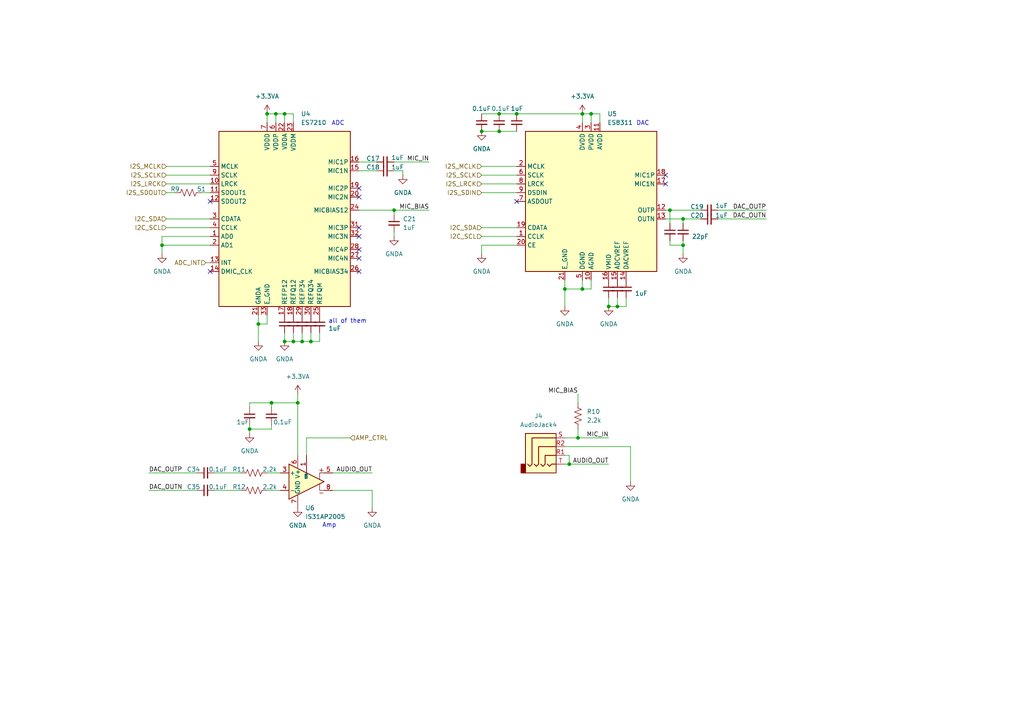
<source format=kicad_sch>
(kicad_sch (version 20231120) (generator "eeschema") (generator_version "8.0")
  (paper "A4")
  (title_block (title "Live Caption Badge - Audio Subsystem") (date "2024-10-29"))
  (lib_symbols
    (symbol "Connector_Audio:AudioJack4"
      (property "Reference" "J" (at 0 8.89 0))
      (property "Value" "AudioJack4" (at 0 6.35 0))
      (symbol "AudioJack4_0_1"
        (rectangle (start -6.35 -5.08) (end -7.62 -7.62) (stroke (width 0.254)) (fill (type outline)))
        (polyline (pts (xy 0 -5.08) (xy 0.635 -5.715) (xy 1.27 -5.08) (xy 2.54 -5.08)) (stroke (width 0.254)))
        (polyline (pts (xy -5.715 -5.08) (xy -5.08 -5.715) (xy -4.445 -5.08) (xy -4.445 2.54) (xy 2.54 2.54)) (stroke (width 0.254)))
        (polyline (pts (xy -1.905 -5.08) (xy -1.27 -5.715) (xy -0.635 -5.08) (xy -0.635 -2.54) (xy 2.54 -2.54)) (stroke (width 0.254)))
        (polyline (pts (xy 2.54 0) (xy -2.54 0) (xy -2.54 -5.08) (xy -3.175 -5.715) (xy -3.81 -5.08)) (stroke (width 0.254)))
        (rectangle (start 2.54 3.81) (end -6.35 -7.62) (stroke (width 0.254)) (fill (type background)))
      )
      (symbol "AudioJack4_1_1"
        (pin passive line (at 5.08 -2.54 180) (length 2.54) (name "~") (number "R1"))
        (pin passive line (at 5.08 0 180) (length 2.54) (name "~") (number "R2"))
        (pin passive line (at 5.08 2.54 180) (length 2.54) (name "~") (number "S"))
        (pin passive line (at 5.08 -5.08 180) (length 2.54) (name "~") (number "T"))
      )
    )
    (symbol "Device:C_Small" (pin_numbers hide) (pin_names (offset 0.254) hide)
      (property "Reference" "C" (at 0.254 1.778 0))
      (property "Value" "C_Small" (at 0.254 -2.032 0))
      (symbol "C_Small_0_1"
        (polyline (pts (xy -1.524 -0.508) (xy 1.524 -0.508)) (stroke (width 0.3302)))
        (polyline (pts (xy -1.524 0.508) (xy 1.524 0.508)) (stroke (width 0.3048)))
      )
      (symbol "C_Small_1_1"
        (pin passive line (at 0 2.54 270) (length 2.032) (name "~") (number "1"))
        (pin passive line (at 0 -2.54 90) (length 2.032) (name "~") (number "2"))
      )
    )
    (symbol "Device:R_US" (pin_numbers hide) (pin_names (offset 0))
      (property "Reference" "R" (at 2.54 0 90))
      (property "Value" "R_US" (at -2.54 0 90))
      (symbol "R_US_0_1"
        (polyline (pts (xy 0 -2.286) (xy 0 -2.54)))
        (polyline (pts (xy 0 2.286) (xy 0 2.54)))
        (polyline (pts (xy 0 -0.762) (xy 1.016 -1.143) (xy 0 -1.524) (xy -1.016 -1.905) (xy 0 -2.286)))
        (polyline (pts (xy 0 0.762) (xy 1.016 0.381) (xy 0 0) (xy -1.016 -0.381) (xy 0 -0.762)))
        (polyline (pts (xy 0 2.286) (xy 1.016 1.905) (xy 0 1.524) (xy -1.016 1.143) (xy 0 0.762)))
      )
      (symbol "R_US_1_1"
        (pin passive line (at 0 3.81 270) (length 1.27) (name "~") (number "1"))
        (pin passive line (at 0 -3.81 90) (length 1.27) (name "~") (number "2"))
      )
    )
    (symbol "live-caption-badge:ES7210"
      (property "Reference" "U" (at -13.716 27.686 0))
      (property "Value" "ES7210" (at 0 5.08 0))
      (symbol "ES7210_0_1"
        (rectangle (start -19.05 25.4) (end 19.05 -25.4) (stroke (width 0.254)) (fill (type background)))
      )
      (symbol "ES7210_1_1"
        (pin input line (at -21.59 -5.08 0) (length 2.54) (name "AD0") (number "1"))
        (pin input line (at -21.59 10.16 0) (length 2.54) (name "LRCK") (number "10"))
        (pin output line (at -21.59 7.62 0) (length 2.54) (name "SDOUT1") (number "11"))
        (pin output line (at -21.59 5.08 0) (length 2.54) (name "SDOUT2") (number "12"))
        (pin output line (at -21.59 -12.7 0) (length 2.54) (name "INT") (number "13"))
        (pin output line (at -21.59 -15.24 0) (length 2.54) (name "DMIC_CLK") (number "14"))
        (pin input line (at 21.59 13.97 180) (length 2.54) (name "MIC1N") (number "15"))
        (pin input line (at 21.59 16.51 180) (length 2.54) (name "MIC1P") (number "16"))
        (pin power_in line (at 0 -27.94 90) (length 2.54) (name "REFP12") (number "17"))
        (pin power_in line (at 2.54 -27.94 90) (length 2.54) (name "REFQ12") (number "18"))
        (pin input line (at 21.59 8.89 180) (length 2.54) (name "MIC2P") (number "19"))
        (pin input line (at -21.59 -7.62 0) (length 2.54) (name "AD1") (number "2"))
        (pin input line (at 21.59 6.35 180) (length 2.54) (name "MIC2N") (number "20"))
        (pin power_in line (at -7.62 -27.94 90) (length 2.54) (name "GNDA") (number "21"))
        (pin power_in line (at 0 27.94 270) (length 2.54) (name "VDDA") (number "22"))
        (pin power_in line (at 2.54 27.94 270) (length 2.54) (name "VDDM") (number "23"))
        (pin power_in line (at 21.59 2.54 180) (length 2.54) (name "MICBIAS12") (number "24"))
        (pin power_in line (at 10.16 -27.94 90) (length 2.54) (name "REFQM") (number "25"))
        (pin power_in line (at 21.59 -15.24 180) (length 2.54) (name "MICBIAS34") (number "26"))
        (pin input line (at 21.59 -11.43 180) (length 2.54) (name "MIC4N") (number "27"))
        (pin input line (at 21.59 -8.89 180) (length 2.54) (name "MIC4P") (number "28"))
        (pin power_in line (at 5.08 -27.94 90) (length 2.54) (name "REFP34") (number "29"))
        (pin bidirectional line (at -21.59 0 0) (length 2.54) (name "CDATA") (number "3"))
        (pin power_in line (at 7.62 -27.94 90) (length 2.54) (name "REFQ34") (number "30"))
        (pin input line (at 21.59 -2.54 180) (length 2.54) (name "MIC3P") (number "31"))
        (pin input line (at 21.59 -5.08 180) (length 2.54) (name "MIC3N") (number "32"))
        (pin power_in line (at -5.08 -27.94 90) (length 2.54) (name "E_GND") (number "33"))
        (pin input line (at -21.59 -2.54 0) (length 2.54) (name "CCLK") (number "4"))
        (pin input line (at -21.59 15.24 0) (length 2.54) (name "MCLK") (number "5"))
        (pin power_in line (at -2.54 27.94 270) (length 2.54) (name "VDDP") (number "6"))
        (pin power_in line (at -5.08 27.94 270) (length 2.54) (name "VDDD") (number "7"))
        (pin input line (at -21.59 12.7 0) (length 2.54) (name "SCLK") (number "9"))
      )
    )
    (symbol "live-caption-badge:ES8311"
      (property "Reference" "U5" (at 4.7341 25.4 0))
      (property "Value" "ES8311" (at 4.7341 22.86 0))
      (symbol "ES8311_0_1"
        (rectangle (start -19.05 20.32) (end 19.05 -20.32) (stroke (width 0.254)) (fill (type background)))
      )
      (symbol "ES8311_1_1"
        (pin input line (at -21.59 -10.16 0) (length 2.54) (name "CCLK") (number "1"))
        (pin power_in line (at 0 -22.86 90) (length 2.54) (name "AGND") (number "10"))
        (pin power_in line (at 2.54 22.86 270) (length 2.54) (name "AVDD") (number "11"))
        (pin output line (at 21.59 -2.54 180) (length 2.54) (name "OUTP") (number "12"))
        (pin output line (at 21.59 -5.08 180) (length 2.54) (name "OUTN") (number "13"))
        (pin power_in line (at 10.16 -22.86 90) (length 2.54) (name "DACVREF") (number "14"))
        (pin power_in line (at 7.62 -22.86 90) (length 2.54) (name "ADCVREF") (number "15"))
        (pin power_in line (at 5.08 -22.86 90) (length 2.54) (name "VMID") (number "16"))
        (pin input line (at 21.59 5.08 180) (length 2.54) (name "MIC1N") (number "17"))
        (pin input line (at 21.59 7.62 180) (length 2.54) (name "MIC1P") (number "18"))
        (pin bidirectional line (at -21.59 -7.62 0) (length 2.54) (name "CDATA") (number "19"))
        (pin input line (at -21.59 10.16 0) (length 2.54) (name "MCLK") (number "2"))
        (pin input line (at -21.59 -12.7 0) (length 2.54) (name "CE") (number "20"))
        (pin power_in line (at -7.62 -22.86 90) (length 2.54) (name "E_GND") (number "21"))
        (pin power_in line (at 0 22.86 270) (length 2.54) (name "PVDD") (number "3"))
        (pin power_in line (at -2.54 22.86 270) (length 2.54) (name "DVDD") (number "4"))
        (pin power_in line (at -2.54 -22.86 90) (length 2.54) (name "DGND") (number "5"))
        (pin input line (at -21.59 7.62 0) (length 2.54) (name "SCLK") (number "6"))
        (pin output line (at -21.59 0 0) (length 2.54) (name "ASDOUT") (number "7"))
        (pin input line (at -21.59 5.08 0) (length 2.54) (name "LRCK") (number "8"))
        (pin input line (at -21.59 2.54 0) (length 2.54) (name "DSDIN") (number "9"))
      )
    )
    (symbol "live-caption-badge:IS31AP2005" (pin_names (offset 0.127))
      (property "Reference" "U6" (at 15.24 8.8586 0))
      (property "Value" "IS31AP2005" (at 15.24 6.3186 0))
      (symbol "IS31AP2005_0_1"
        (polyline (pts (xy 3.81 -3.302) (xy 4.826 -3.302)))
        (polyline (pts (xy 3.81 3.302) (xy 4.826 3.302)))
        (polyline (pts (xy 4.318 2.794) (xy 4.318 3.81)))
      )
      (symbol "IS31AP2005_1_1"
        (polyline (pts (xy 3.81 -0.635) (xy 3.81 -2.54) (xy 5.08 -2.54)))
        (polyline (pts (xy 5.08 2.54) (xy 3.81 2.54) (xy 3.81 0.635)))
        (polyline (pts (xy -5.08 5.08) (xy 5.08 0) (xy -5.08 -5.08) (xy -5.08 5.08)) (stroke (width 0.254)) (fill (type background)))
        (pin input line (at 0 7.62 270) (length 5.08) (name "~{SDB}") (number "1"))
        (pin passive line (at 0 -7.62 90) (length 5.08) hide (name "NC") (number "2"))
        (pin input line (at -7.62 2.54 0) (length 2.54) (name "+") (number "3"))
        (pin input line (at -7.62 -2.54 0) (length 2.54) (name "-") (number "4"))
        (pin output line (at 7.62 2.54 180) (length 2.54) (name "~") (number "5"))
        (pin power_in line (at -2.54 7.62 270) (length 3.81) (name "V+") (number "6"))
        (pin power_in line (at -2.54 -7.62 90) (length 3.81) (name "GND") (number "7"))
        (pin output line (at 7.62 -2.54 180) (length 2.54) (name "~") (number "8"))
      )
    )
    (symbol "power:+3.3VA" (power) (pin_numbers hide) (pin_names (offset 0) hide)
      (property "Value" "+3.3VA" (at 0 3.556 0))
      (symbol "+3.3VA_0_1"
        (polyline (pts (xy -0.762 1.27) (xy 0 2.54)))
        (polyline (pts (xy 0 0) (xy 0 2.54)))
        (polyline (pts (xy 0 2.54) (xy 0.762 1.27)))
      )
      (symbol "+3.3VA_1_1"
        (pin power_in line (at 0 0 90) (length 0) (name "~") (number "1"))
      )
    )
    (symbol "power:GNDA" (power) (pin_numbers hide) (pin_names (offset 0) hide)
      (property "Value" "GNDA" (at 0 -3.81 0))
      (symbol "GNDA_0_1"
        (polyline (pts (xy 0 0) (xy 0 -1.27) (xy 1.27 -1.27) (xy 0 -2.54) (xy -1.27 -1.27) (xy 0 -1.27)))
      )
      (symbol "GNDA_1_1"
        (pin power_in line (at 0 0 270) (length 0) (name "~") (number "1"))
      )
    )
  )
  (junction (at 46.99 71.12))
  (junction (at 82.55 33.02))
  (junction (at 86.36 116.84))
  (junction (at 85.09 99.06))
  (junction (at 176.53 88.9))
  (junction (at 168.91 33.02))
  (junction (at 179.07 88.9))
  (junction (at 90.17 99.06))
  (junction (at 144.78 33.02))
  (junction (at 144.78 38.1))
  (junction (at 163.83 83.82))
  (junction (at 139.7 38.1))
  (junction (at 72.39 124.46))
  (junction (at 168.91 83.82))
  (junction (at 87.63 99.06))
  (junction (at 167.64 127))
  (junction (at 80.01 33.02))
  (junction (at 171.45 33.02))
  (junction (at 198.12 71.12))
  (junction (at 165.1 134.62))
  (junction (at 114.3 60.96))
  (junction (at 194.31 60.96))
  (junction (at 198.12 63.5))
  (junction (at 78.74 116.84))
  (junction (at 74.93 93.98))
  (junction (at 82.55 99.06))
  (junction (at 149.86 33.02))
  (junction (at 77.47 33.02))
  (no_connect (at 60.96 58.42))
  (no_connect (at 104.14 68.58))
  (no_connect (at 60.96 78.74))
  (no_connect (at 149.86 58.42))
  (no_connect (at 104.14 74.93))
  (no_connect (at 104.14 78.74))
  (no_connect (at 104.14 57.15))
  (no_connect (at 104.14 54.61))
  (no_connect (at 193.04 50.8))
  (no_connect (at 104.14 72.39))
  (no_connect (at 193.04 53.34))
  (no_connect (at 104.14 66.04))
  (wire (pts (xy 107.95 142.24) (xy 107.95 147.32)))
  (wire (pts (xy 82.55 99.06) (xy 85.09 99.06)))
  (wire (pts (xy 139.7 68.58) (xy 149.86 68.58)))
  (wire (pts (xy 163.83 83.82) (xy 163.83 88.9)))
  (wire (pts (xy 86.36 116.84) (xy 86.36 114.3)))
  (wire (pts (xy 139.7 38.1) (xy 144.78 38.1)))
  (wire (pts (xy 163.83 81.28) (xy 163.83 83.82)))
  (wire (pts (xy 48.26 55.88) (xy 50.8 55.88)))
  (wire (pts (xy 43.18 142.24) (xy 57.15 142.24)))
  (wire (pts (xy 62.23 142.24) (xy 69.85 142.24)))
  (wire (pts (xy 149.86 33.02) (xy 168.91 33.02)))
  (wire (pts (xy 163.83 134.62) (xy 165.1 134.62)))
  (wire (pts (xy 48.26 48.26) (xy 60.96 48.26)))
  (wire (pts (xy 90.17 96.52) (xy 90.17 99.06)))
  (wire (pts (xy 171.45 83.82) (xy 168.91 83.82)))
  (wire (pts (xy 163.83 132.08) (xy 165.1 132.08)))
  (wire (pts (xy 163.83 127) (xy 167.64 127)))
  (wire (pts (xy 171.45 81.28) (xy 171.45 83.82)))
  (wire (pts (xy 144.78 33.02) (xy 149.86 33.02)))
  (wire (pts (xy 182.88 129.54) (xy 182.88 139.7)))
  (wire (pts (xy 139.7 53.34) (xy 149.86 53.34)))
  (wire (pts (xy 85.09 99.06) (xy 87.63 99.06)))
  (wire (pts (xy 165.1 132.08) (xy 165.1 134.62)))
  (wire (pts (xy 194.31 60.96) (xy 203.2 60.96)))
  (wire (pts (xy 48.26 63.5) (xy 60.96 63.5)))
  (wire (pts (xy 72.39 125.73) (xy 72.39 124.46)))
  (wire (pts (xy 167.64 127) (xy 176.53 127)))
  (wire (pts (xy 78.74 124.46) (xy 78.74 123.19)))
  (wire (pts (xy 114.3 60.96) (xy 114.3 62.23)))
  (wire (pts (xy 96.52 142.24) (xy 107.95 142.24)))
  (wire (pts (xy 144.78 38.1) (xy 149.86 38.1)))
  (wire (pts (xy 168.91 81.28) (xy 168.91 83.82)))
  (wire (pts (xy 59.69 76.2) (xy 60.96 76.2)))
  (wire (pts (xy 77.47 91.44) (xy 77.47 93.98)))
  (wire (pts (xy 116.84 49.53) (xy 116.84 50.8)))
  (wire (pts (xy 139.7 66.04) (xy 149.86 66.04)))
  (wire (pts (xy 198.12 63.5) (xy 203.2 63.5)))
  (wire (pts (xy 171.45 33.02) (xy 171.45 35.56)))
  (wire (pts (xy 179.07 88.9) (xy 176.53 88.9)))
  (wire (pts (xy 80.01 35.56) (xy 80.01 33.02)))
  (wire (pts (xy 181.61 86.36) (xy 181.61 88.9)))
  (wire (pts (xy 48.26 66.04) (xy 60.96 66.04)))
  (wire (pts (xy 165.1 134.62) (xy 176.53 134.62)))
  (wire (pts (xy 139.7 71.12) (xy 149.86 71.12)))
  (wire (pts (xy 104.14 46.99) (xy 109.22 46.99)))
  (wire (pts (xy 77.47 137.16) (xy 81.28 137.16)))
  (wire (pts (xy 48.26 53.34) (xy 60.96 53.34)))
  (wire (pts (xy 168.91 83.82) (xy 163.83 83.82)))
  (wire (pts (xy 92.71 99.06) (xy 90.17 99.06)))
  (wire (pts (xy 58.42 55.88) (xy 60.96 55.88)))
  (wire (pts (xy 78.74 116.84) (xy 86.36 116.84)))
  (wire (pts (xy 62.23 137.16) (xy 69.85 137.16)))
  (wire (pts (xy 176.53 88.9) (xy 176.53 86.36)))
  (wire (pts (xy 72.39 124.46) (xy 78.74 124.46)))
  (wire (pts (xy 77.47 33.02) (xy 77.47 35.56)))
  (wire (pts (xy 74.93 93.98) (xy 74.93 99.06)))
  (wire (pts (xy 85.09 33.02) (xy 82.55 33.02)))
  (wire (pts (xy 92.71 96.52) (xy 92.71 99.06)))
  (wire (pts (xy 114.3 46.99) (xy 124.46 46.99)))
  (wire (pts (xy 46.99 68.58) (xy 46.99 71.12)))
  (wire (pts (xy 85.09 96.52) (xy 85.09 99.06)))
  (wire (pts (xy 43.18 137.16) (xy 57.15 137.16)))
  (wire (pts (xy 173.99 35.56) (xy 173.99 33.02)))
  (wire (pts (xy 60.96 71.12) (xy 46.99 71.12)))
  (wire (pts (xy 139.7 33.02) (xy 144.78 33.02)))
  (wire (pts (xy 114.3 67.31) (xy 114.3 68.58)))
  (wire (pts (xy 139.7 48.26) (xy 149.86 48.26)))
  (wire (pts (xy 104.14 49.53) (xy 109.22 49.53)))
  (wire (pts (xy 139.7 73.66) (xy 139.7 71.12)))
  (wire (pts (xy 168.91 33.02) (xy 168.91 35.56)))
  (wire (pts (xy 173.99 33.02) (xy 171.45 33.02)))
  (wire (pts (xy 208.28 63.5) (xy 222.25 63.5)))
  (wire (pts (xy 85.09 35.56) (xy 85.09 33.02)))
  (wire (pts (xy 77.47 142.24) (xy 81.28 142.24)))
  (wire (pts (xy 194.31 71.12) (xy 198.12 71.12)))
  (wire (pts (xy 80.01 33.02) (xy 77.47 33.02)))
  (wire (pts (xy 194.31 69.85) (xy 194.31 71.12)))
  (wire (pts (xy 82.55 35.56) (xy 82.55 33.02)))
  (wire (pts (xy 78.74 118.11) (xy 78.74 116.84)))
  (wire (pts (xy 179.07 86.36) (xy 179.07 88.9)))
  (wire (pts (xy 198.12 63.5) (xy 198.12 64.77)))
  (wire (pts (xy 88.9 127) (xy 101.6 127)))
  (wire (pts (xy 171.45 33.02) (xy 168.91 33.02)))
  (wire (pts (xy 194.31 60.96) (xy 194.31 64.77)))
  (wire (pts (xy 181.61 88.9) (xy 179.07 88.9)))
  (wire (pts (xy 163.83 129.54) (xy 182.88 129.54)))
  (wire (pts (xy 77.47 93.98) (xy 74.93 93.98)))
  (wire (pts (xy 88.9 132.08) (xy 88.9 127)))
  (wire (pts (xy 139.7 50.8) (xy 149.86 50.8)))
  (wire (pts (xy 72.39 123.19) (xy 72.39 124.46)))
  (wire (pts (xy 74.93 91.44) (xy 74.93 93.98)))
  (wire (pts (xy 96.52 137.16) (xy 107.95 137.16)))
  (wire (pts (xy 208.28 60.96) (xy 222.25 60.96)))
  (wire (pts (xy 90.17 99.06) (xy 87.63 99.06)))
  (wire (pts (xy 104.14 60.96) (xy 114.3 60.96)))
  (wire (pts (xy 114.3 49.53) (xy 116.84 49.53)))
  (wire (pts (xy 114.3 60.96) (xy 124.46 60.96)))
  (wire (pts (xy 72.39 116.84) (xy 78.74 116.84)))
  (wire (pts (xy 198.12 69.85) (xy 198.12 71.12)))
  (wire (pts (xy 167.64 114.3) (xy 167.64 116.84)))
  (wire (pts (xy 86.36 116.84) (xy 86.36 132.08)))
  (wire (pts (xy 193.04 63.5) (xy 198.12 63.5)))
  (wire (pts (xy 72.39 116.84) (xy 72.39 118.11)))
  (wire (pts (xy 82.55 33.02) (xy 80.01 33.02)))
  (wire (pts (xy 60.96 68.58) (xy 46.99 68.58)))
  (wire (pts (xy 193.04 60.96) (xy 194.31 60.96)))
  (wire (pts (xy 198.12 71.12) (xy 198.12 73.66)))
  (wire (pts (xy 167.64 124.46) (xy 167.64 127)))
  (wire (pts (xy 87.63 96.52) (xy 87.63 99.06)))
  (wire (pts (xy 139.7 55.88) (xy 149.86 55.88)))
  (wire (pts (xy 46.99 71.12) (xy 46.99 73.66)))
  (wire (pts (xy 82.55 96.52) (xy 82.55 99.06)))
  (wire (pts (xy 48.26 50.8) (xy 60.96 50.8)))
  (text "DAC" (at 186.436 35.814 0) (effects (font (size 1.27 1.27))))
  (text "all of them" (at 100.838 93.218 0) (effects (font (size 1.27 1.27))))
  (text "Amp" (at 95.504 152.4 0) (effects (font (size 1.27 1.27))))
  (text "ADC" (at 98.044 35.814 0) (effects (font (size 1.27 1.27))))
  (label "MIC_IN" (at 176.53 127 180))
  (label "AUDIO_OUT" (at 176.53 134.62 180))
  (label "MIC_BIAS" (at 124.46 60.96 180))
  (label "AUDIO_OUT" (at 107.95 137.16 180))
  (label "DAC_OUTN" (at 222.25 63.5 180))
  (label "DAC_OUTP" (at 222.25 60.96 180))
  (label "MIC_BIAS" (at 167.64 114.3 180))
  (label "MIC_IN" (at 124.46 46.99 180))
  (label "DAC_OUTN" (at 43.18 142.24 0))
  (label "DAC_OUTP" (at 43.18 137.16 0))
  (hierarchical_label "I2S_SCLK" (shape input) (at 48.26 50.8 180))
  (hierarchical_label "I2C_SDA" (shape input) (at 48.26 63.5 180))
  (hierarchical_label "I2S_MCLK" (shape input) (at 139.7 48.26 180))
  (hierarchical_label "I2C_SCL" (shape input) (at 139.7 68.58 180))
  (hierarchical_label "I2S_LRCK" (shape input) (at 139.7 53.34 180))
  (hierarchical_label "I2C_SCL" (shape input) (at 48.26 66.04 180))
  (hierarchical_label "I2S_SDOUT" (shape input) (at 48.26 55.88 180))
  (hierarchical_label "I2S_SDIN" (shape input) (at 139.7 55.88 180))
  (hierarchical_label "I2S_SCLK" (shape input) (at 139.7 50.8 180))
  (hierarchical_label "I2S_MCLK" (shape input) (at 48.26 48.26 180))
  (hierarchical_label "ADC_INT" (shape input) (at 59.69 76.2 180))
  (hierarchical_label "AMP_CTRL" (shape input) (at 101.6 127 0))
  (hierarchical_label "I2S_LRCK" (shape input) (at 48.26 53.34 180))
  (hierarchical_label "I2C_SDA" (shape input) (at 139.7 66.04 180))
  (symbol (lib_id "Device:C_Small") (at 82.55 93.98 0) (unit 1)
    (property "Reference" "C27" (effects (hide yes)))
    (property "Value" "1uF" (effects (hide yes)))
    (property "Footprint" "Capacitor_SMD:C_0603_1608Metric" (effects (hide yes)))
    (property "Description" "Unpolarized capacitor, small symbol" (effects (hide yes)))
  )
  (symbol (lib_id "Device:R_US") (at 73.66 142.24 90) (unit 1)
    (property "Reference" "R12" (at 69.342 141.224 90))
    (property "Value" "2.2k" (at 78.232 141.224 90))
    (property "Footprint" "Resistor_SMD:R_0603_1608Metric" (effects (hide yes)))
    (property "Description" "Resistor, US symbol" (effects (hide yes)))
  )
  (symbol (lib_id "Device:C_Small") (at 59.69 142.24 90) (unit 1)
    (property "Reference" "C35" (at 56.134 141.224 90))
    (property "Value" "0.1uF" (at 63.246 141.224 90))
    (property "Footprint" "Capacitor_SMD:C_0603_1608Metric" (effects (hide yes)))
    (property "Description" "Unpolarized capacitor, small symbol" (effects (hide yes)))
  )
  (symbol (lib_id "Device:C_Small") (at 181.61 83.82 0) (unit 1)
    (property "Reference" "C26" (effects (hide yes)))
    (property "Value" "1uF" (at 184.15 85.0962 0) (effects (justify left)))
    (property "Footprint" "Capacitor_SMD:C_0603_1608Metric" (effects (hide yes)))
    (property "Description" "Unpolarized capacitor, small symbol" (effects (hide yes)))
  )
  (symbol (lib_id "Device:C_Small") (at 90.17 93.98 0) (unit 1)
    (property "Reference" "C30" (effects (hide yes)))
    (property "Value" "1uF" (effects (hide yes)))
    (property "Footprint" "Capacitor_SMD:C_0603_1608Metric" (effects (hide yes)))
    (property "Description" "Unpolarized capacitor, small symbol" (effects (hide yes)))
  )
  (symbol (lib_id "Device:C_Small") (at 149.86 35.56 0) (unit 1)
    (property "Reference" "C16" (effects (hide yes)))
    (property "Value" "1uF" (at 148.082 31.496 0) (effects (justify left)))
    (property "Footprint" "Capacitor_SMD:C_0603_1608Metric" (effects (hide yes)))
    (property "Description" "Unpolarized capacitor, small symbol" (effects (hide yes)))
  )
  (symbol (lib_id "power:GNDA") (at 72.39 125.73 0) (unit 1)
    (property "Reference" "#PWR045" (effects (hide yes)))
    (property "Value" "GNDA" (at 72.39 130.81 0))
    (property "Description" "Power symbol creates a global label with name \"GNDA\" , analog ground" (effects (hide yes)))
  )
  (symbol (lib_id "power:GNDA") (at 116.84 50.8 0) (unit 1)
    (property "Reference" "#PWR035" (effects (hide yes)))
    (property "Value" "GNDA" (at 116.84 55.88 0))
    (property "Description" "Power symbol creates a global label with name \"GNDA\" , analog ground" (effects (hide yes)))
  )
  (symbol (lib_id "power:GNDA") (at 139.7 38.1 0) (unit 1)
    (property "Reference" "#PWR034" (effects (hide yes)))
    (property "Value" "GNDA" (at 139.7 43.18 0))
    (property "Description" "Power symbol creates a global label with name \"GNDA\" , analog ground" (effects (hide yes)))
  )
  (symbol (lib_id "power:GNDA") (at 74.93 99.06 0) (unit 1)
    (property "Reference" "#PWR042" (effects (hide yes)))
    (property "Value" "GNDA" (at 74.93 104.14 0))
    (property "Description" "Power symbol creates a global label with name \"GNDA\" , analog ground" (effects (hide yes)))
  )
  (symbol (lib_id "Device:C_Small") (at 85.09 93.98 0) (unit 1)
    (property "Reference" "C28" (effects (hide yes)))
    (property "Value" "1uF" (effects (hide yes)))
    (property "Footprint" "Capacitor_SMD:C_0603_1608Metric" (effects (hide yes)))
    (property "Description" "Unpolarized capacitor, small symbol" (effects (hide yes)))
  )
  (symbol (lib_id "power:GNDA") (at 182.88 139.7 0) (unit 1)
    (property "Reference" "#PWR046" (effects (hide yes)))
    (property "Value" "GNDA" (at 182.88 144.78 0))
    (property "Description" "Power symbol creates a global label with name \"GNDA\" , analog ground" (effects (hide yes)))
  )
  (symbol (lib_id "Device:C_Small") (at 111.76 46.99 90) (unit 1)
    (property "Reference" "C17" (at 108.204 45.974 90))
    (property "Value" "1uF" (at 115.316 45.72 90))
    (property "Footprint" "Capacitor_SMD:C_0603_1608Metric" (effects (hide yes)))
    (property "Description" "Unpolarized capacitor, small symbol" (effects (hide yes)))
  )
  (symbol (lib_id "Device:C_Small") (at 139.7 35.56 0) (unit 1)
    (property "Reference" "C14" (effects (hide yes)))
    (property "Value" "0.1uF" (at 136.906 31.496 0) (effects (justify left)))
    (property "Footprint" "Capacitor_SMD:C_0603_1608Metric" (effects (hide yes)))
    (property "Description" "Unpolarized capacitor, small symbol" (effects (hide yes)))
  )
  (symbol (lib_id "power:GNDA") (at 107.95 147.32 0) (unit 1)
    (property "Reference" "#PWR048" (effects (hide yes)))
    (property "Value" "GNDA" (at 107.95 152.4 0))
    (property "Description" "Power symbol creates a global label with name \"GNDA\" , analog ground" (effects (hide yes)))
  )
  (symbol (lib_id "power:GNDA") (at 86.36 147.32 0) (unit 1)
    (property "Reference" "#PWR047" (effects (hide yes)))
    (property "Value" "GNDA" (at 86.36 152.4 0))
    (property "Description" "Power symbol creates a global label with name \"GNDA\" , analog ground" (effects (hide yes)))
  )
  (symbol (lib_id "power:GNDA") (at 198.12 73.66 0) (unit 1)
    (property "Reference" "#PWR039" (effects (hide yes)))
    (property "Value" "GNDA" (at 198.12 78.74 0))
    (property "Description" "Power symbol creates a global label with name \"GNDA\" , analog ground" (effects (hide yes)))
  )
  (symbol (lib_id "power:GNDA") (at 163.83 88.9 0) (unit 1)
    (property "Reference" "#PWR040" (effects (hide yes)))
    (property "Value" "GNDA" (at 163.83 93.98 0))
    (property "Description" "Power symbol creates a global label with name \"GNDA\" , analog ground" (effects (hide yes)))
  )
  (symbol (lib_id "power:GNDA") (at 139.7 73.66 0) (unit 1)
    (property "Reference" "#PWR038" (effects (hide yes)))
    (property "Value" "GNDA" (at 139.7 78.74 0))
    (property "Description" "Power symbol creates a global label with name \"GNDA\" , analog ground" (effects (hide yes)))
  )
  (symbol (lib_id "Device:R_US") (at 73.66 137.16 90) (unit 1)
    (property "Reference" "R11" (at 69.342 136.144 90))
    (property "Value" "2.2k" (at 78.232 136.144 90))
    (property "Footprint" "Resistor_SMD:R_0603_1608Metric" (effects (hide yes)))
    (property "Description" "Resistor, US symbol" (effects (hide yes)))
  )
  (symbol (lib_id "power:+3.3VA") (at 168.91 33.02 0) (unit 1)
    (property "Reference" "#PWR033" (effects (hide yes)))
    (property "Value" "+3.3VA" (at 168.91 27.94 0))
    (property "Description" "Power symbol creates a global label with name \"+3.3VA\"" (effects (hide yes)))
  )
  (symbol (lib_id "power:+3.3VA") (at 86.36 114.3 0) (unit 1)
    (property "Reference" "#PWR044" (effects (hide yes)))
    (property "Value" "+3.3VA" (at 86.36 109.22 0))
    (property "Description" "Power symbol creates a global label with name \"+3.3VA\"" (effects (hide yes)))
  )
  (symbol (lib_id "Device:C_Small") (at 144.78 35.56 0) (unit 1)
    (property "Reference" "C15" (effects (hide yes)))
    (property "Value" "0.1uF" (at 142.494 31.496 0) (effects (justify left)))
    (property "Footprint" "Capacitor_SMD:C_0603_1608Metric" (effects (hide yes)))
    (property "Description" "Unpolarized capacitor, small symbol" (effects (hide yes)))
  )
  (symbol (lib_id "live-caption-badge:ES7210") (at 82.55 63.5 0) (unit 1)
    (property "Reference" "U4" (at 87.2841 33.02 0) (effects (justify left)))
    (property "Value" "ES7210" (at 87.2841 35.56 0) (effects (justify left)))
    (property "Footprint" "Package_DFN_QFN:QFN-32-1EP_4x4mm_P0.4mm_EP2.9x2.9mm" (effects (hide yes)))
  )
  (symbol (lib_id "Device:C_Small") (at 72.39 120.65 0) (unit 1)
    (property "Reference" "C32" (effects (hide yes)))
    (property "Value" "1uF" (at 68.58 122.428 0) (effects (justify left)))
    (property "Footprint" "Capacitor_SMD:C_0603_1608Metric" (effects (hide yes)))
    (property "Description" "Unpolarized capacitor, small symbol" (effects (hide yes)))
  )
  (symbol (lib_id "power:GNDA") (at 176.53 88.9 0) (unit 1)
    (property "Reference" "#PWR041" (effects (hide yes)))
    (property "Value" "GNDA" (at 176.53 93.98 0))
    (property "Description" "Power symbol creates a global label with name \"GNDA\" , analog ground" (effects (hide yes)))
  )
  (symbol (lib_id "power:GNDA") (at 114.3 68.58 0) (unit 1)
    (property "Reference" "#PWR036" (effects (hide yes)))
    (property "Value" "GNDA" (at 114.3 73.66 0))
    (property "Description" "Power symbol creates a global label with name \"GNDA\" , analog ground" (effects (hide yes)))
  )
  (symbol (lib_id "Device:C_Small") (at 198.12 67.31 0) (unit 1)
    (property "Reference" "C23" (effects (hide yes)))
    (property "Value" "22pF" (at 200.66 68.5862 0) (effects (justify left)))
    (property "Footprint" "Capacitor_SMD:C_0603_1608Metric" (effects (hide yes)))
    (property "Description" "Unpolarized capacitor, small symbol" (effects (hide yes)))
  )
  (symbol (lib_id "Device:C_Small") (at 179.07 83.82 0) (unit 1)
    (property "Reference" "C25" (effects (hide yes)))
    (property "Value" "1uF" (effects (hide yes)))
    (property "Footprint" "Capacitor_SMD:C_0603_1608Metric" (effects (hide yes)))
    (property "Description" "Unpolarized capacitor, small symbol" (effects (hide yes)))
  )
  (symbol (lib_id "Device:C_Small") (at 205.74 63.5 90) (unit 1)
    (property "Reference" "C20" (at 202.184 62.484 90))
    (property "Value" "1uF" (at 209.296 62.484 90))
    (property "Footprint" "Capacitor_SMD:C_0603_1608Metric" (effects (hide yes)))
    (property "Description" "Unpolarized capacitor, small symbol" (effects (hide yes)))
  )
  (symbol (lib_id "Device:R_US") (at 167.64 120.65 0) (unit 1)
    (property "Reference" "R10" (at 170.18 119.3799 0) (effects (justify left)))
    (property "Value" "2.2k" (at 170.18 121.9199 0) (effects (justify left)))
    (property "Footprint" "Resistor_SMD:R_0603_1608Metric" (effects (hide yes)))
    (property "Description" "Resistor, US symbol" (effects (hide yes)))
  )
  (symbol (lib_id "Device:C_Small") (at 87.63 93.98 0) (unit 1)
    (property "Reference" "C29" (effects (hide yes)))
    (property "Value" "1uF" (effects (hide yes)))
    (property "Footprint" "Capacitor_SMD:C_0603_1608Metric" (effects (hide yes)))
    (property "Description" "Unpolarized capacitor, small symbol" (effects (hide yes)))
  )
  (symbol (lib_id "Device:C_Small") (at 205.74 60.96 90) (unit 1)
    (property "Reference" "C19" (at 202.184 59.944 90))
    (property "Value" "1uF" (at 209.296 59.69 90))
    (property "Footprint" "Capacitor_SMD:C_0603_1608Metric" (effects (hide yes)))
    (property "Description" "Unpolarized capacitor, small symbol" (effects (hide yes)))
  )
  (symbol (lib_id "Device:C_Small") (at 92.71 93.98 0) (unit 1)
    (property "Reference" "C31" (effects (hide yes)))
    (property "Value" "1uF" (at 95.25 95.2562 0) (effects (justify left)))
    (property "Footprint" "Capacitor_SMD:C_0603_1608Metric" (effects (hide yes)))
    (property "Description" "Unpolarized capacitor, small symbol" (effects (hide yes)))
  )
  (symbol (lib_id "Device:C_Small") (at 59.69 137.16 90) (unit 1)
    (property "Reference" "C34" (at 56.134 136.144 90))
    (property "Value" "0.1uF" (at 63.246 136.144 90))
    (property "Footprint" "Capacitor_SMD:C_0603_1608Metric" (effects (hide yes)))
    (property "Description" "Unpolarized capacitor, small symbol" (effects (hide yes)))
  )
  (symbol (lib_id "Device:C_Small") (at 78.74 120.65 0) (unit 1)
    (property "Reference" "C33" (effects (hide yes)))
    (property "Value" "0.1uF" (at 79.248 122.428 0) (effects (justify left)))
    (property "Footprint" "Capacitor_SMD:C_0603_1608Metric" (effects (hide yes)))
    (property "Description" "Unpolarized capacitor, small symbol" (effects (hide yes)))
  )
  (symbol (lib_id "Device:C_Small") (at 111.76 49.53 90) (unit 1)
    (property "Reference" "C18" (at 108.204 48.514 90))
    (property "Value" "1uF" (at 115.316 48.514 90))
    (property "Footprint" "Capacitor_SMD:C_0603_1608Metric" (effects (hide yes)))
    (property "Description" "Unpolarized capacitor, small symbol" (effects (hide yes)))
  )
  (symbol (lib_id "live-caption-badge:IS31AP2005") (at 88.9 139.7 0) (unit 1)
    (property "Reference" "U6" (at 88.5541 147.32 0) (effects (justify left)))
    (property "Value" "IS31AP2005" (at 88.5541 149.86 0) (effects (justify left)))
    (property "Footprint" "Package_SO:MSOP-8_3x3mm_P0.65mm" (effects (hide yes)))
  )
  (symbol (lib_id "Device:C_Small") (at 194.31 67.31 0) (unit 1)
    (property "Reference" "C22" (effects (hide yes)))
    (property "Value" "22pF" (effects (hide yes)))
    (property "Footprint" "Capacitor_SMD:C_0603_1608Metric" (effects (hide yes)))
    (property "Description" "Unpolarized capacitor, small symbol" (effects (hide yes)))
  )
  (symbol (lib_id "Device:C_Small") (at 114.3 64.77 0) (unit 1)
    (property "Reference" "C21" (at 116.84 63.5062 0) (effects (justify left)))
    (property "Value" "1uF" (at 116.84 66.0462 0) (effects (justify left)))
    (property "Footprint" "Capacitor_SMD:C_0603_1608Metric" (effects (hide yes)))
    (property "Description" "Unpolarized capacitor, small symbol" (effects (hide yes)))
  )
  (symbol (lib_id "power:+3.3VA") (at 77.47 33.02 0) (unit 1)
    (property "Reference" "#PWR032" (effects (hide yes)))
    (property "Value" "+3.3VA" (at 77.47 27.94 0))
    (property "Description" "Power symbol creates a global label with name \"+3.3VA\"" (effects (hide yes)))
  )
  (symbol (lib_id "power:GNDA") (at 46.99 73.66 0) (unit 1)
    (property "Reference" "#PWR037" (effects (hide yes)))
    (property "Value" "GNDA" (at 46.99 78.74 0))
    (property "Description" "Power symbol creates a global label with name \"GNDA\" , analog ground" (effects (hide yes)))
  )
  (symbol (lib_id "power:GNDA") (at 82.55 99.06 0) (unit 1)
    (property "Reference" "#PWR043" (effects (hide yes)))
    (property "Value" "GNDA" (at 82.55 104.14 0))
    (property "Description" "Power symbol creates a global label with name \"GNDA\" , analog ground" (effects (hide yes)))
  )
  (symbol (lib_id "Connector_Audio:AudioJack4") (at 158.75 129.54 0) (unit 1)
    (property "Reference" "J4" (at 156.21 120.65 0))
    (property "Value" "AudioJack4" (at 156.21 123.19 0))
    (property "Footprint" "live-caption-badge:Jack_3.5mm_PJ320D_Horizontal" (effects (hide yes)))
    (property "Description" "Audio Jack, 4 Poles (TRRS)" (effects (hide yes)))
  )
  (symbol (lib_id "Device:R_US") (at 54.61 55.88 90) (unit 1)
    (property "Reference" "R9" (at 50.8 54.864 90))
    (property "Value" "51" (at 58.42 54.864 90))
    (property "Footprint" "Resistor_SMD:R_0603_1608Metric" (effects (hide yes)))
    (property "Description" "Resistor, US symbol" (effects (hide yes)))
  )
  (symbol (lib_id "Device:C_Small") (at 176.53 83.82 0) (unit 1)
    (property "Reference" "C24" (effects (hide yes)))
    (property "Value" "1uF" (effects (hide yes)))
    (property "Footprint" "Capacitor_SMD:C_0603_1608Metric" (effects (hide yes)))
    (property "Description" "Unpolarized capacitor, small symbol" (effects (hide yes)))
  )
  (symbol (lib_id "live-caption-badge:ES8311") (at 171.45 58.42 0) (unit 1)
    (property "Reference" "U5" (at 176.1841 33.02 0) (effects (justify left)))
    (property "Value" "ES8311" (at 176.1841 35.56 0) (effects (justify left)))
    (property "Footprint" "Package_DFN_QFN:QFN-20-1EP_3x3mm_P0.4mm_EP1.65x1.65mm" (effects (hide yes)))
  )
)
</source>
